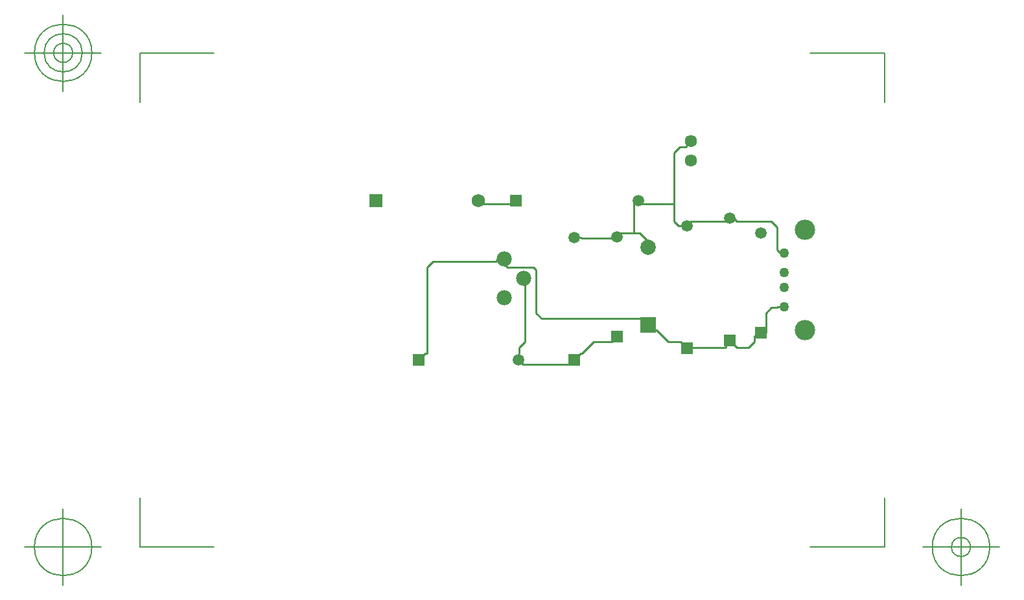
<source format=gbr>
G04 Generated by Ultiboard 13.0 *
%FSLAX25Y25*%
%MOIN*%

%ADD10C,0.00001*%
%ADD11C,0.01000*%
%ADD12C,0.00500*%
%ADD13C,0.05022*%
%ADD14C,0.10455*%
%ADD15C,0.05906*%
%ADD16R,0.05906X0.05906*%
%ADD17C,0.07834*%
%ADD18C,0.07874*%
%ADD19R,0.07874X0.07874*%
%ADD20C,0.06334*%
%ADD21R,0.06900X0.06900*%
%ADD22C,0.06900*%


G04 ColorRGB 00FF00 for the following layer *
%LNCopper Top*%
%LPD*%
G54D10*
G54D11*
X302000Y168000D02*
X298740Y171260D01*
X292323Y171260D01*
X286417Y177165D01*
X282000Y177165D01*
X282000Y180000D01*
X352000Y189268D02*
X348717Y189268D01*
X348425Y188976D01*
X345472Y188976D01*
X342520Y186024D01*
X342520Y176000D01*
X340000Y176000D01*
X304000Y274442D02*
X301212Y271654D01*
X298228Y271654D01*
X295276Y268701D01*
X278866Y242126D02*
X276992Y244000D01*
X295276Y268701D02*
X295276Y242126D01*
X278866Y242126D01*
X218000Y204000D02*
X218000Y201291D01*
X218504Y200787D01*
X218504Y171260D01*
X215551Y168307D01*
X215551Y165354D01*
X215181Y164984D01*
X215181Y162000D01*
X282000Y220000D02*
X282000Y222921D01*
X277559Y227362D01*
X268181Y227362D01*
X266000Y225181D01*
X282000Y180000D02*
X282000Y183071D01*
X227362Y183071D01*
X224409Y186024D01*
X224409Y208169D01*
X222933Y209646D01*
X209646Y209646D01*
X208000Y211291D01*
X208000Y214000D01*
X324000Y172000D02*
X321850Y172000D01*
X321850Y168307D01*
X302000Y168307D01*
X302000Y168000D01*
X276992Y244000D02*
X275118Y242126D01*
X274606Y242126D01*
X274606Y227362D01*
X266000Y174000D02*
X263260Y171260D01*
X253937Y171260D01*
X248031Y165354D01*
X247354Y165354D01*
X244000Y162000D01*
X324000Y234992D02*
X322276Y233268D01*
X304134Y233268D01*
X304134Y233126D01*
X302000Y230992D01*
X208000Y214000D02*
X205142Y214000D01*
X203740Y212598D01*
X171260Y212598D01*
X168307Y209646D01*
X168307Y165354D01*
X167354Y165354D01*
X164000Y162000D01*
X340000Y176000D02*
X340000Y174213D01*
X336614Y174213D01*
X336614Y171260D01*
X333661Y168307D01*
X327693Y168307D01*
X324000Y172000D01*
X214000Y244000D02*
X214000Y242126D01*
X196630Y242126D01*
X194756Y244000D01*
X302000Y230992D02*
X298906Y230992D01*
X297551Y230992D01*
X295276Y233268D01*
X295276Y242126D01*
X352000Y216827D02*
X350102Y216827D01*
X348425Y218504D01*
X348425Y230315D01*
X345472Y233268D01*
X327756Y233268D01*
X326031Y234992D01*
X324000Y234992D01*
X244000Y162000D02*
X242126Y162000D01*
X242126Y159449D01*
X217732Y159449D01*
X215181Y162000D01*
X266000Y225181D02*
X263567Y225181D01*
X262795Y224409D01*
X248031Y224409D01*
X247449Y224992D01*
X244000Y224992D01*
G54D12*
X20500Y65500D02*
X20500Y90950D01*
X20500Y65500D02*
X58804Y65500D01*
X403535Y65500D02*
X365232Y65500D01*
X403535Y65500D02*
X403535Y90950D01*
X403535Y320000D02*
X403535Y294550D01*
X403535Y320000D02*
X365232Y320000D01*
X20500Y320000D02*
X58804Y320000D01*
X20500Y320000D02*
X20500Y294550D01*
X815Y65500D02*
X-38555Y65500D01*
X-18870Y45815D02*
X-18870Y85185D01*
X-33634Y65500D02*
G75*
D01*
G02X-33634Y65500I14764J0*
G01*
X423220Y65500D02*
X462591Y65500D01*
X442906Y45815D02*
X442906Y85185D01*
X428142Y65500D02*
G75*
D01*
G02X428142Y65500I14764J0*
G01*
X437984Y65500D02*
G75*
D01*
G02X437984Y65500I4922J0*
G01*
X815Y320000D02*
X-38555Y320000D01*
X-18870Y300315D02*
X-18870Y339685D01*
X-33634Y320000D02*
G75*
D01*
G02X-33634Y320000I14764J0*
G01*
X-28713Y320000D02*
G75*
D01*
G02X-28713Y320000I9843J0*
G01*
X-23791Y320000D02*
G75*
D01*
G02X-23791Y320000I4921J0*
G01*
G54D13*
X352000Y189268D03*
X352000Y216827D03*
X352000Y206984D03*
X352000Y199110D03*
G54D14*
X362669Y177181D03*
X362669Y228913D03*
G54D15*
X324000Y234992D03*
X302000Y230992D03*
X244000Y224992D03*
X266000Y225181D03*
X340000Y227181D03*
X276992Y244000D03*
X215181Y162000D03*
G54D16*
X324000Y172000D03*
X302000Y168000D03*
X244000Y162000D03*
X266000Y174000D03*
X340000Y176000D03*
X214000Y244000D03*
X164000Y162000D03*
G54D17*
X218000Y204000D03*
X208000Y194000D03*
X208000Y214000D03*
G54D18*
X282000Y220000D03*
G54D19*
X282000Y180000D03*
G54D20*
X304000Y264442D03*
X304000Y274442D03*
G54D21*
X142000Y244000D03*
G54D22*
X194756Y244000D03*

M02*

</source>
